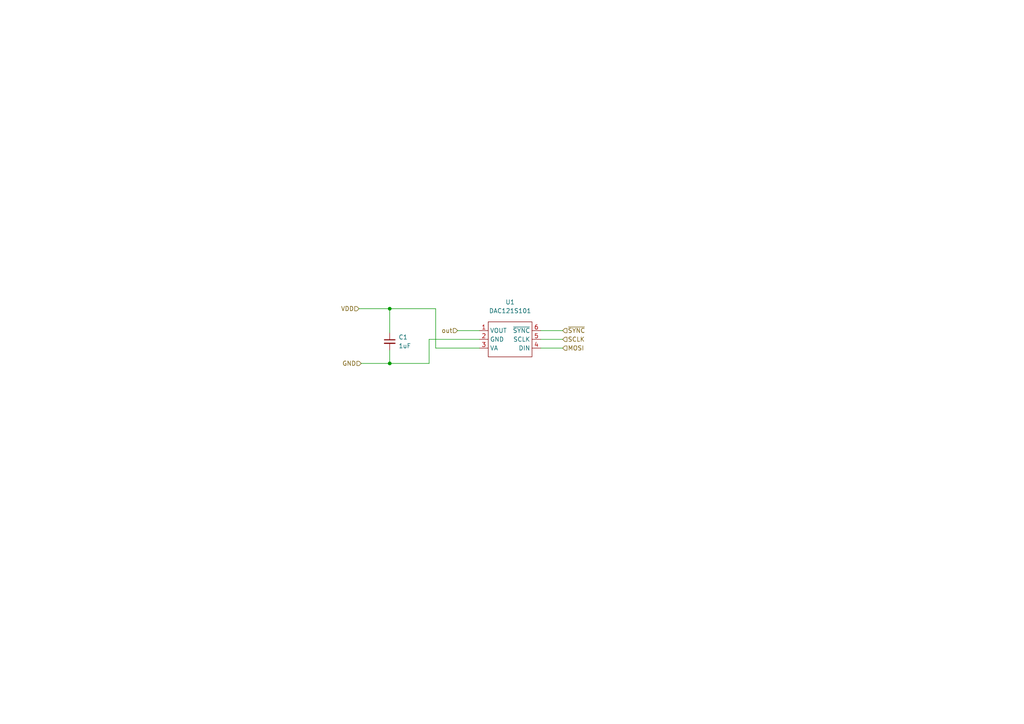
<source format=kicad_sch>
(kicad_sch (version 20211123) (generator eeschema)

  (uuid 1895faed-13c7-4877-930c-ef39a1d7419c)

  (paper "A4")

  (lib_symbols
    (symbol "Device:C_Small" (pin_numbers hide) (pin_names (offset 0.254) hide) (in_bom yes) (on_board yes)
      (property "Reference" "C" (id 0) (at 0.254 1.778 0)
        (effects (font (size 1.27 1.27)) (justify left))
      )
      (property "Value" "C_Small" (id 1) (at 0.254 -2.032 0)
        (effects (font (size 1.27 1.27)) (justify left))
      )
      (property "Footprint" "" (id 2) (at 0 0 0)
        (effects (font (size 1.27 1.27)) hide)
      )
      (property "Datasheet" "~" (id 3) (at 0 0 0)
        (effects (font (size 1.27 1.27)) hide)
      )
      (property "ki_keywords" "capacitor cap" (id 4) (at 0 0 0)
        (effects (font (size 1.27 1.27)) hide)
      )
      (property "ki_description" "Unpolarized capacitor, small symbol" (id 5) (at 0 0 0)
        (effects (font (size 1.27 1.27)) hide)
      )
      (property "ki_fp_filters" "C_*" (id 6) (at 0 0 0)
        (effects (font (size 1.27 1.27)) hide)
      )
      (symbol "C_Small_0_1"
        (polyline
          (pts
            (xy -1.524 -0.508)
            (xy 1.524 -0.508)
          )
          (stroke (width 0.3302) (type default) (color 0 0 0 0))
          (fill (type none))
        )
        (polyline
          (pts
            (xy -1.524 0.508)
            (xy 1.524 0.508)
          )
          (stroke (width 0.3048) (type default) (color 0 0 0 0))
          (fill (type none))
        )
      )
      (symbol "C_Small_1_1"
        (pin passive line (at 0 2.54 270) (length 2.032)
          (name "~" (effects (font (size 1.27 1.27))))
          (number "1" (effects (font (size 1.27 1.27))))
        )
        (pin passive line (at 0 -2.54 90) (length 2.032)
          (name "~" (effects (font (size 1.27 1.27))))
          (number "2" (effects (font (size 1.27 1.27))))
        )
      )
    )
    (symbol "b125:DAC121S101" (in_bom yes) (on_board yes)
      (property "Reference" "U" (id 0) (at 0 7.62 0)
        (effects (font (size 1.27 1.27)))
      )
      (property "Value" "DAC121S101" (id 1) (at 0 7.62 0)
        (effects (font (size 1.27 1.27)))
      )
      (property "Footprint" "" (id 2) (at 0 7.62 0)
        (effects (font (size 1.27 1.27)) hide)
      )
      (property "Datasheet" "" (id 3) (at 0 7.62 0)
        (effects (font (size 1.27 1.27)) hide)
      )
      (symbol "DAC121S101_0_1"
        (rectangle (start -6.35 5.08) (end 6.35 -5.08)
          (stroke (width 0) (type default) (color 0 0 0 0))
          (fill (type none))
        )
      )
      (symbol "DAC121S101_1_1"
        (pin input line (at -8.89 2.54 0) (length 2.54)
          (name "VOUT" (effects (font (size 1.27 1.27))))
          (number "1" (effects (font (size 1.27 1.27))))
        )
        (pin input line (at -8.89 0 0) (length 2.54)
          (name "GND" (effects (font (size 1.27 1.27))))
          (number "2" (effects (font (size 1.27 1.27))))
        )
        (pin input line (at -8.89 -2.54 0) (length 2.54)
          (name "VA" (effects (font (size 1.27 1.27))))
          (number "3" (effects (font (size 1.27 1.27))))
        )
        (pin input line (at 8.89 -2.54 180) (length 2.54)
          (name "DIN" (effects (font (size 1.27 1.27))))
          (number "4" (effects (font (size 1.27 1.27))))
        )
        (pin input line (at 8.89 0 180) (length 2.54)
          (name "SCLK" (effects (font (size 1.27 1.27))))
          (number "5" (effects (font (size 1.27 1.27))))
        )
        (pin input line (at 8.89 2.54 180) (length 2.54)
          (name "~{SYNC}" (effects (font (size 1.27 1.27))))
          (number "6" (effects (font (size 1.27 1.27))))
        )
      )
    )
  )

  (junction (at 113.03 105.41) (diameter 0) (color 0 0 0 0)
    (uuid 2ea95c20-1806-46c1-95db-43d519cc3f0b)
  )
  (junction (at 113.03 89.535) (diameter 0) (color 0 0 0 0)
    (uuid 87df778f-c0cd-45a5-a283-b633b342f613)
  )

  (wire (pts (xy 126.365 89.535) (xy 113.03 89.535))
    (stroke (width 0) (type default) (color 0 0 0 0))
    (uuid 18c2fe3f-9ef2-457a-a329-a106221801e9)
  )
  (wire (pts (xy 124.46 105.41) (xy 124.46 98.425))
    (stroke (width 0) (type default) (color 0 0 0 0))
    (uuid 1d670f00-6596-4a84-a658-a18e9c342ecf)
  )
  (wire (pts (xy 126.365 100.965) (xy 126.365 89.535))
    (stroke (width 0) (type default) (color 0 0 0 0))
    (uuid 38cc4ac1-da3d-4b41-b831-b5b65983c11d)
  )
  (wire (pts (xy 113.03 89.535) (xy 113.03 96.52))
    (stroke (width 0) (type default) (color 0 0 0 0))
    (uuid 444c79be-0eea-4d63-a60c-2ca939ec4c4d)
  )
  (wire (pts (xy 104.14 89.535) (xy 113.03 89.535))
    (stroke (width 0) (type default) (color 0 0 0 0))
    (uuid 69077f84-7548-449a-b5ef-2dd89424a650)
  )
  (wire (pts (xy 104.775 105.41) (xy 113.03 105.41))
    (stroke (width 0) (type default) (color 0 0 0 0))
    (uuid 6fcb2153-455c-4038-80c6-e141bb332fcf)
  )
  (wire (pts (xy 113.03 105.41) (xy 124.46 105.41))
    (stroke (width 0) (type default) (color 0 0 0 0))
    (uuid 8d226f6b-39a5-42db-bcaa-a43f02ffb1b4)
  )
  (wire (pts (xy 139.065 100.965) (xy 126.365 100.965))
    (stroke (width 0) (type default) (color 0 0 0 0))
    (uuid 933b599c-8556-4f92-97fc-a1ee278667a0)
  )
  (wire (pts (xy 156.845 95.885) (xy 163.195 95.885))
    (stroke (width 0) (type default) (color 0 0 0 0))
    (uuid 9d5f629a-8ef1-4f8a-8fb4-1378b5d6335f)
  )
  (wire (pts (xy 156.845 98.425) (xy 163.195 98.425))
    (stroke (width 0) (type default) (color 0 0 0 0))
    (uuid a93b0e9a-fa6b-4220-bcfa-d0bf6a0247ba)
  )
  (wire (pts (xy 124.46 98.425) (xy 139.065 98.425))
    (stroke (width 0) (type default) (color 0 0 0 0))
    (uuid cad0300d-be26-4a6c-9311-08dff720baca)
  )
  (wire (pts (xy 156.845 100.965) (xy 163.195 100.965))
    (stroke (width 0) (type default) (color 0 0 0 0))
    (uuid d41574a2-6cf6-4ea4-a178-5cbd99fe89ff)
  )
  (wire (pts (xy 113.03 105.41) (xy 113.03 101.6))
    (stroke (width 0) (type default) (color 0 0 0 0))
    (uuid ed5b5764-d050-4573-a5e1-46f2dbc56be7)
  )
  (wire (pts (xy 132.715 95.885) (xy 139.065 95.885))
    (stroke (width 0) (type default) (color 0 0 0 0))
    (uuid f00f55e4-5c9a-4034-a48c-33c032898b7c)
  )

  (hierarchical_label "VDD" (shape input) (at 104.14 89.535 180)
    (effects (font (size 1.27 1.27)) (justify right))
    (uuid 04df7dd2-bd4a-47ae-bb7d-9c8a88e96868)
  )
  (hierarchical_label "~{SYNC}" (shape input) (at 163.195 95.885 0)
    (effects (font (size 1.27 1.27)) (justify left))
    (uuid 32bafdac-91e4-451a-ad8e-0f2328d0b19b)
  )
  (hierarchical_label "GND" (shape input) (at 104.775 105.41 180)
    (effects (font (size 1.27 1.27)) (justify right))
    (uuid 3a157695-9c71-4123-9d47-e9f157bde643)
  )
  (hierarchical_label "out" (shape input) (at 132.715 95.885 180)
    (effects (font (size 1.27 1.27)) (justify right))
    (uuid 6ce63b32-52bd-458f-a1af-65d4bed12024)
  )
  (hierarchical_label "MOSI" (shape input) (at 163.195 100.965 0)
    (effects (font (size 1.27 1.27)) (justify left))
    (uuid 9b7ef253-bb6b-4772-b70d-0aed1b849b16)
  )
  (hierarchical_label "SCLK" (shape input) (at 163.195 98.425 0)
    (effects (font (size 1.27 1.27)) (justify left))
    (uuid d0c457cf-56a0-4e6e-984c-cdf8134f0b63)
  )

  (symbol (lib_id "Device:C_Small") (at 113.03 99.06 0) (unit 1)
    (in_bom yes) (on_board yes) (fields_autoplaced)
    (uuid 6626e97e-4a31-4a19-9352-468e5a947034)
    (property "Reference" "C1" (id 0) (at 115.57 97.7962 0)
      (effects (font (size 1.27 1.27)) (justify left))
    )
    (property "Value" "1uF" (id 1) (at 115.57 100.3362 0)
      (effects (font (size 1.27 1.27)) (justify left))
    )
    (property "Footprint" "Capacitor_SMD:C_0603_1608Metric" (id 2) (at 113.03 99.06 0)
      (effects (font (size 1.27 1.27)) hide)
    )
    (property "Datasheet" "~" (id 3) (at 113.03 99.06 0)
      (effects (font (size 1.27 1.27)) hide)
    )
    (pin "1" (uuid c3a73871-166e-4cf7-9f59-9f7513de8ee1))
    (pin "2" (uuid 6fc7481d-55fd-4262-ab19-6cac122c9c3a))
  )

  (symbol (lib_id "b125:DAC121S101") (at 147.955 98.425 0) (unit 1)
    (in_bom yes) (on_board yes) (fields_autoplaced)
    (uuid 89b7068c-7f62-40ce-8f8e-f178c71dd714)
    (property "Reference" "U1" (id 0) (at 147.955 87.63 0))
    (property "Value" "DAC121S101" (id 1) (at 147.955 90.17 0))
    (property "Footprint" "Package_TO_SOT_SMD:SOT-23-6" (id 2) (at 147.955 90.805 0)
      (effects (font (size 1.27 1.27)) hide)
    )
    (property "Datasheet" "https://www.ti.com/lit/ds/symlink/dac121s101.pdf?HQS=dis-dk-null-digikeymode-dsf-pf-null-wwe&ts=1680965402551&ref_url=https%253A%252F%252Fwww.ti.com%252Fgeneral%252Fdocs%252Fsuppproductinfo.tsp%253FdistId%253D10%2526gotoUrl%253Dhttps%253A%252F%252Fwww.ti.com%252Flit%252Fgpn%252Fdac121s101" (id 3) (at 147.955 90.805 0)
      (effects (font (size 1.27 1.27)) hide)
    )
    (property "MPN" "DAC121S101CIMKX/NOPB" (id 4) (at 147.955 98.425 0)
      (effects (font (size 1.27 1.27)) hide)
    )
    (property "Digi-Key_PN" "296-38083-1-ND" (id 5) (at 147.955 98.425 0)
      (effects (font (size 1.27 1.27)) hide)
    )
    (pin "1" (uuid e34efe32-82bb-4051-b43b-8a623603856e))
    (pin "2" (uuid 521ab9e6-2b6f-4495-a890-aaeb9938d00e))
    (pin "3" (uuid ea8b1a4b-3ad5-4b4c-9b67-56bbbf1b9b37))
    (pin "4" (uuid 08d85c35-935a-4425-8b3c-4045b83c8826))
    (pin "5" (uuid 47698b52-92e5-4411-9fdc-9776ab8a00f4))
    (pin "6" (uuid a1a08858-5e78-4cd7-8069-6bc1b8fdd4b8))
  )
)

</source>
